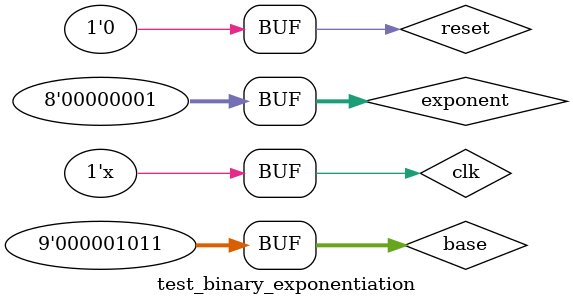
<source format=v>
`timescale 1ns / 1ps


module test_binary_exponentiation;

	// Inputs
	reg [8:0] base;
	reg [7:0] exponent;
	reg clk, reset;

	// Outputs
	wire [99:0] result;
	wire isDone;

	// Instantiate the Unit Under Test (UUT)
	BinaryExponentiation uut (
		.clk(clk),
		.base(base), 
		.exponent(exponent), 
		.reset(reset),
		.result(result), 
		.isDone(isDone)
	);
	
	always #2 clk = ~clk;

	initial begin
		// Initialize Inputs
		reset = 0;
		clk = 0;
		base = 0;
		exponent = 0;
		#10;
		
		base = 2;
		exponent = 25;
		#150;
		base = 3;
		exponent = 17;
		reset = 1;
		#5;
		reset = 0;
		#150;
		base = 5;
		exponent = 30;
		reset = 1;
		#5;
		reset = 0;
		#150;
		base = 11;
		exponent = 1;
		reset = 1;
		#5;
		reset = 0;
		
		

		// Wait 100 ns for global reset to finish
		#100;
        
		// Add stimulus here

	end
      
endmodule


</source>
